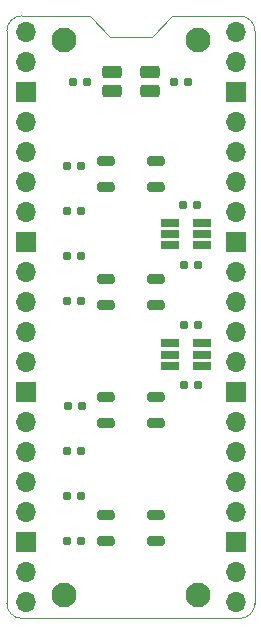
<source format=gbr>
G04 #@! TF.GenerationSoftware,KiCad,Pcbnew,7.0.5*
G04 #@! TF.CreationDate,2023-10-03T09:42:01+03:00*
G04 #@! TF.ProjectId,Pico_mod,5069636f-5f6d-46f6-942e-6b696361645f,rev?*
G04 #@! TF.SameCoordinates,Original*
G04 #@! TF.FileFunction,Soldermask,Top*
G04 #@! TF.FilePolarity,Negative*
%FSLAX46Y46*%
G04 Gerber Fmt 4.6, Leading zero omitted, Abs format (unit mm)*
G04 Created by KiCad (PCBNEW 7.0.5) date 2023-10-03 09:42:01*
%MOMM*%
%LPD*%
G01*
G04 APERTURE LIST*
G04 Aperture macros list*
%AMRoundRect*
0 Rectangle with rounded corners*
0 $1 Rounding radius*
0 $2 $3 $4 $5 $6 $7 $8 $9 X,Y pos of 4 corners*
0 Add a 4 corners polygon primitive as box body*
4,1,4,$2,$3,$4,$5,$6,$7,$8,$9,$2,$3,0*
0 Add four circle primitives for the rounded corners*
1,1,$1+$1,$2,$3*
1,1,$1+$1,$4,$5*
1,1,$1+$1,$6,$7*
1,1,$1+$1,$8,$9*
0 Add four rect primitives between the rounded corners*
20,1,$1+$1,$2,$3,$4,$5,0*
20,1,$1+$1,$4,$5,$6,$7,0*
20,1,$1+$1,$6,$7,$8,$9,0*
20,1,$1+$1,$8,$9,$2,$3,0*%
G04 Aperture macros list end*
%ADD10RoundRect,0.200000X-0.525000X-0.200000X0.525000X-0.200000X0.525000X0.200000X-0.525000X0.200000X0*%
%ADD11RoundRect,0.200000X0.525000X0.200000X-0.525000X0.200000X-0.525000X-0.200000X0.525000X-0.200000X0*%
%ADD12RoundRect,0.160000X-0.197500X-0.160000X0.197500X-0.160000X0.197500X0.160000X-0.197500X0.160000X0*%
%ADD13RoundRect,0.155000X-0.212500X-0.155000X0.212500X-0.155000X0.212500X0.155000X-0.212500X0.155000X0*%
%ADD14C,2.100000*%
%ADD15O,1.700000X1.700000*%
%ADD16R,1.700000X1.700000*%
%ADD17R,1.560000X0.650000*%
%ADD18RoundRect,0.160000X0.197500X0.160000X-0.197500X0.160000X-0.197500X-0.160000X0.197500X-0.160000X0*%
%ADD19RoundRect,0.262500X-0.587500X-0.262500X0.587500X-0.262500X0.587500X0.262500X-0.587500X0.262500X0*%
G04 #@! TA.AperFunction,Profile*
%ADD20C,0.100000*%
G04 #@! TD*
G04 APERTURE END LIST*
D10*
X8400000Y-12295000D03*
X8400000Y-14445000D03*
X12600000Y-14445000D03*
X12600000Y-12295000D03*
D11*
X12600000Y-24445000D03*
X12600000Y-22295000D03*
X8400000Y-22295000D03*
X8400000Y-24445000D03*
D10*
X8400000Y-32295000D03*
X8400000Y-34445000D03*
X12600000Y-34445000D03*
X12600000Y-32295000D03*
X8400000Y-42295000D03*
X8400000Y-44445000D03*
X12600000Y-44445000D03*
X12600000Y-42295000D03*
D12*
X5080000Y-12700000D03*
X6275000Y-12700000D03*
D13*
X15012500Y-21055000D03*
X16147500Y-21055000D03*
D14*
X4800000Y-2000000D03*
D15*
X1610000Y-1370000D03*
X1610000Y-3910000D03*
D16*
X1610000Y-6450000D03*
D15*
X1610000Y-8990000D03*
X1610000Y-11530000D03*
X1610000Y-14070000D03*
X1610000Y-16610000D03*
D16*
X1610000Y-19150000D03*
D15*
X1610000Y-21690000D03*
X1610000Y-24230000D03*
X1610000Y-26770000D03*
X1610000Y-29310000D03*
D16*
X1610000Y-31850000D03*
D15*
X1610000Y-34390000D03*
X1610000Y-36930000D03*
X1610000Y-39470000D03*
X1610000Y-42010000D03*
D16*
X1610000Y-44550000D03*
D15*
X1610000Y-47090000D03*
X1610000Y-49630000D03*
D12*
X5080000Y-44450000D03*
X6275000Y-44450000D03*
D17*
X13802000Y-17504000D03*
X13802000Y-18454000D03*
X13802000Y-19404000D03*
X16502000Y-19404000D03*
X16502000Y-18454000D03*
X16502000Y-17504000D03*
D12*
X5080000Y-24130000D03*
X6275000Y-24130000D03*
D14*
X4800000Y-49000000D03*
D15*
X19390000Y-1370000D03*
X19390000Y-3910000D03*
D16*
X19390000Y-6450000D03*
D15*
X19390000Y-8990000D03*
X19390000Y-11530000D03*
X19390000Y-14070000D03*
X19390000Y-16610000D03*
D16*
X19390000Y-19150000D03*
D15*
X19390000Y-21690000D03*
X19390000Y-24230000D03*
X19390000Y-26770000D03*
X19390000Y-29310000D03*
D16*
X19390000Y-31850000D03*
D15*
X19390000Y-34390000D03*
X19390000Y-36930000D03*
X19390000Y-39470000D03*
X19390000Y-42010000D03*
D16*
X19390000Y-44550000D03*
D15*
X19390000Y-47090000D03*
X19390000Y-49630000D03*
D14*
X16200000Y-2000000D03*
D13*
X14945000Y-15975000D03*
X16080000Y-15975000D03*
D12*
X5080000Y-36830000D03*
X6275000Y-36830000D03*
D18*
X15326000Y-5600000D03*
X14131000Y-5600000D03*
D19*
X12100000Y-4727000D03*
X8900000Y-4727000D03*
X12100000Y-6377000D03*
X8900000Y-6377000D03*
D12*
X5080000Y-20320000D03*
X6275000Y-20320000D03*
D14*
X16200000Y-49000000D03*
D13*
X15012500Y-26135000D03*
X16147500Y-26135000D03*
D12*
X5584500Y-5600000D03*
X6779500Y-5600000D03*
X5080000Y-16510000D03*
X6275000Y-16510000D03*
X5080000Y-40640000D03*
X6275000Y-40640000D03*
D17*
X13802000Y-27725000D03*
X13802000Y-28675000D03*
X13802000Y-29625000D03*
X16502000Y-29625000D03*
X16502000Y-28675000D03*
X16502000Y-27725000D03*
D12*
X5155000Y-33020000D03*
X6350000Y-33020000D03*
D13*
X15012500Y-31215000D03*
X16147500Y-31215000D03*
D20*
X19750000Y-51000000D02*
G75*
G03*
X21000000Y-49750000I0J1250000D01*
G01*
X1250000Y0D02*
G75*
G03*
X0Y-1250000I2J-1250002D01*
G01*
X0Y-49750000D02*
X0Y-1250000D01*
X19750000Y-51000000D02*
X1250000Y-51000000D01*
X8750000Y-1750000D02*
X12250000Y-1750000D01*
X7000000Y0D02*
X1250000Y0D01*
X21000000Y-1250000D02*
G75*
G03*
X19750000Y0I-1250000J0D01*
G01*
X21000000Y-1250000D02*
X21000000Y-49750000D01*
X12250000Y-1750000D02*
X14000000Y0D01*
X0Y-49750000D02*
G75*
G03*
X1250000Y-51000000I1250000J0D01*
G01*
X8750000Y-1750000D02*
X7000000Y0D01*
X14000000Y0D02*
X19750000Y0D01*
M02*

</source>
